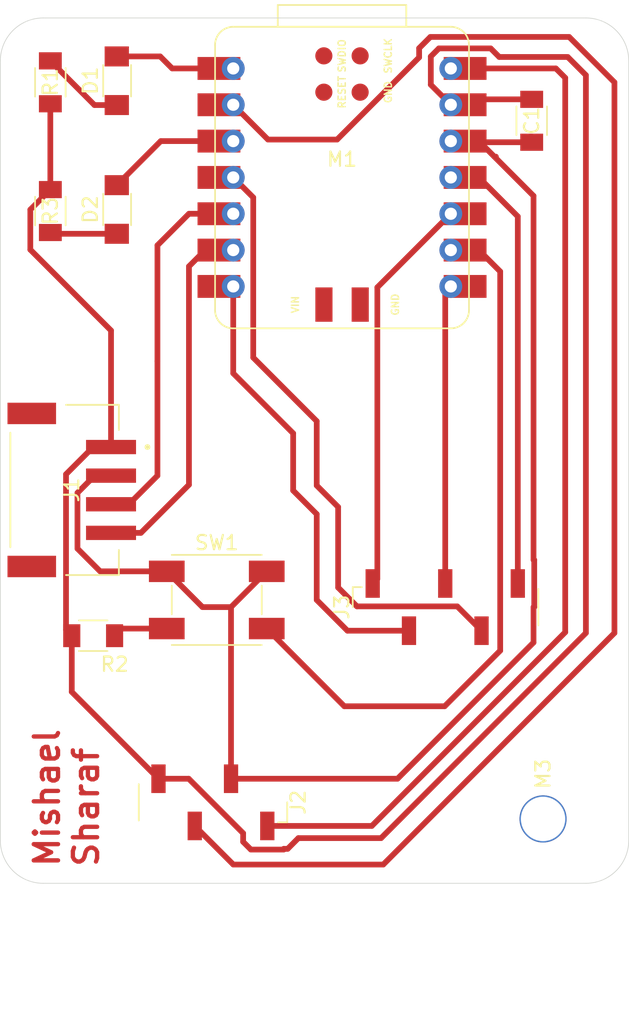
<source format=kicad_pcb>
(kicad_pcb (version 20241229) (generator "pcbnew") (generator_version "9.0")
  (layers (0 "F.Cu" signal) (2 "B.Cu" signal) (13 "F.Paste" user) (15 "B.Paste" user) (5 "F.SilkS" user "F.Silkscreen") (7 "B.SilkS" user "B.Silkscreen") (1 "F.Mask" user) (3 "B.Mask" user) (25 "Edge.Cuts" user))
  (net 0 "")
  (net 1 "GND")
  (net 2 "+3.3V")
  (net 3 "LED 1")
  (net 4 "Net-(D1-K)")
  (net 5 "Net-(D2-K)")
  (net 6 "LED 2")
  (net 7 "SDA")
  (net 8 "SCL")
  (net 9 "+5V")
  (net 10 "TX")
  (net 11 "D1")
  (net 12 "D9")
  (net 13 "RX")
  (net 14 "D3")
  (net 16 "BUTTON")
  (net 22 "D10")
  (footprint "S4B-PH-SM4-TB:JST_S4B-PH-SM4-TB" (layer "F.Cu") (at 183 115.5 -90)
    (property "Reference" "J1" (at 0 0 90) (layer "F.SilkS"))
    (property "Value" "S4B-PH-SM4-TB")
    (fp_line (start -4 4.3) (end 4 4.3) (stroke (width 0.127)) (layer "F.SilkS"))
    (fp_line (start -5.95 0.4) (end -5.95 -3.3) (stroke (width 0.127)) (layer "F.SilkS"))
    (fp_line (start -5.95 -3.3) (end -4.2 -3.3) (stroke (width 0.127)) (layer "F.SilkS"))
    (fp_line (start 4.2 -3.3) (end 5.95 -3.3) (stroke (width 0.127)) (layer "F.SilkS"))
    (fp_line (start 5.95 -3.3) (end 5.95 0.4) (stroke (width 0.127)) (layer "F.SilkS"))
    (fp_circle (center -3 -5.3) (end -2.9 -5.3) (stroke (width 0.2)) (fill no) (layer "F.SilkS"))
    (pad "1" smd rect (at -3 -2.75 270) (size 1 3.5) (layers "F.Cu" "F.Mask" "F.Paste") (net 1 "GND"))
    (pad "2" smd rect (at -1 -2.75 270) (size 1 3.5) (layers "F.Cu" "F.Mask" "F.Paste") (net 2 "+3.3V"))
    (pad "3" smd rect (at 1 -2.75 270) (size 1 3.5) (layers "F.Cu" "F.Mask" "F.Paste") (net 7 "SDA"))
    (pad "4" smd rect (at 3 -2.75 270) (size 1 3.5) (layers "F.Cu" "F.Mask" "F.Paste") (net 8 "SCL"))
    (pad "SH1" smd rect (at -5.35 2.8 270) (size 1.5 3.4) (layers "F.Cu" "F.Mask" "F.Paste"))
    (pad "SH2" smd rect (at 5.35 2.8 270) (size 1.5 3.4) (layers "F.Cu" "F.Mask" "F.Paste"))
  )
  (footprint "PCM_fab:MountingHole_M3" (layer "F.Cu") (at 216 138.5 90)
    (property "Reference" "H1" (hide yes))
    (property "Value" "~" (hide yes))
    (fp_text user "M3" (at 2 0 90) (layer "F.SilkS") (effects (font (thickness 0.15) (bold yes)) (justify left)))
    (pad "" thru_hole circle (at 0 0 90) (size 3.3 3.3) (drill 3.1) (layers "*.Cu" "*.Mask"))
  )
  (footprint "PCM_fab:LED_1206" (layer "F.Cu") (at 186.152 86.89 90)
    (property "Reference" "D1" (at 0 -1.85 90) (layer "F.SilkS"))
    (property "Value" "LED 1")
    (fp_line (start -1.1 -0.95) (end 1.1 -0.95) (stroke (width 0.12)) (layer "F.SilkS"))
    (fp_line (start -1.1 1) (end 1.1 1) (stroke (width 0.12)) (layer "F.SilkS"))
    (pad "1" smd rect (at -1.7 0 90) (size 1.4 1.7) (layers "F.Cu" "F.Mask" "F.Paste") (net 4 "Net-(D1-K)"))
    (pad "2" smd rect (at 1.7 0 90) (size 1.4 1.7) (layers "F.Cu" "F.Mask" "F.Paste") (net 3 "LED 1"))
  )
  (footprint "PCM_fab:PinSocket_01x05_P2.54mm_Vertical_SMD" (layer "F.Cu") (at 209.152 123.69 90)
    (property "Reference" "J3" (at 0 -7.239 90) (layer "F.SilkS"))
    (property "Value" "PinSocket_01x05_P2.54mm_Vertical_SMD")
    (fp_line (start 1.397 -6.477) (end 0 -6.477) (stroke (width 0.12)) (layer "F.SilkS"))
    (fp_line (start 1.397 -5.842) (end 1.397 -6.477) (stroke (width 0.12)) (layer "F.SilkS"))
    (fp_line (start -1.27 6.52) (end 1.27 6.52) (stroke (width 0.12)) (layer "F.SilkS"))
    (pad "1" smd rect (at 1.65 -5.08 90) (size 2 1) (layers "F.Cu" "F.Mask" "F.Paste") (net 12 "D9"))
    (pad "2" smd rect (at -1.65 -2.54 90) (size 2 1) (layers "F.Cu" "F.Mask" "F.Paste") (net 10 "TX"))
    (pad "3" smd rect (at 1.65 0 90) (size 2 1) (layers "F.Cu" "F.Mask" "F.Paste") (net 13 "RX"))
    (pad "4" smd rect (at -1.65 2.54 90) (size 2 1) (layers "F.Cu" "F.Mask" "F.Paste") (net 14 "D3"))
    (pad "5" smd rect (at 1.65 5.08 90) (size 2 1) (layers "F.Cu" "F.Mask" "F.Paste") (net 22 "D10"))
  )
  (footprint "PCM_fab:Button_Omron_B3SN_6.0x6.0mm" (layer "F.Cu") (at 193.152 123.19)
    (property "Reference" "SW1" (at 0 -4 0) (layer "F.SilkS"))
    (property "Value" "Switch_Tactile_Omron")
    (fp_line (start -3.15 -3.15) (end 3.15 -3.15) (stroke (width 0.12)) (layer "F.SilkS"))
    (fp_line (start -3.15 1) (end -3.15 -1) (stroke (width 0.12)) (layer "F.SilkS"))
    (fp_line (start 3.15 -1) (end 3.15 1) (stroke (width 0.12)) (layer "F.SilkS"))
    (fp_line (start 3.15 3.15) (end -3.15 3.15) (stroke (width 0.12)) (layer "F.SilkS"))
    (pad "1" smd rect (at -3.5 -2) (size 2.5 1.5) (layers "F.Cu" "F.Mask" "F.Paste") (net 2 "+3.3V"))
    (pad "1" smd rect (at 3.5 -2) (size 2.5 1.5) (layers "F.Cu" "F.Mask" "F.Paste") (net 2 "+3.3V"))
    (pad "2" smd rect (at -3.5 2) (size 2.5 1.5) (layers "F.Cu" "F.Mask" "F.Paste") (net 16 "BUTTON"))
    (pad "2" smd rect (at 3.5 2) (size 2.5 1.5) (layers "F.Cu" "F.Mask" "F.Paste") (net 16 "BUTTON"))
  )
  (footprint "PCM_fab:R_1206" (layer "F.Cu") (at 184.5 125.69 180)
    (property "Reference" "R2" (at -1.5 -2 0) (layer "F.SilkS"))
    (property "Value" "10k")
    (fp_line (start 1 1.07) (end -1 1.07) (stroke (width 0.12)) (layer "F.SilkS"))
    (fp_line (start -1 -1.07) (end 1 -1.07) (stroke (width 0.12)) (layer "F.SilkS"))
    (pad "1" smd rect (at -1.5 0 180) (size 1.2 1.6) (layers "F.Cu" "F.Mask" "F.Paste") (net 16 "BUTTON"))
    (pad "2" smd rect (at 1.5 0 180) (size 1.2 1.6) (layers "F.Cu" "F.Mask" "F.Paste") (net 1 "GND"))
  )
  (footprint "PCM_fab:SeeedStudio_XIAO_RP2040" (layer "F.Cu") (at 201.922 93.65)
    (property "Reference" "M1" (at 0 -1.27 0) (layer "F.SilkS"))
    (property "Value" "Module_XIAO-RP2040")
    (fp_line (start -8.8875 9.281) (end -8.8875 -9.261) (stroke (width 0.12)) (layer "F.SilkS"))
    (fp_line (start -7.6175 -10.531) (end 7.6225 -10.531) (stroke (width 0.12)) (layer "F.SilkS"))
    (fp_line (start 7.6225 10.551) (end -7.6175 10.551) (stroke (width 0.12)) (layer "F.SilkS"))
    (fp_line (start 8.8925 -9.261) (end 8.8925 9.281) (stroke (width 0.12)) (layer "F.SilkS"))
    (fp_rect (start -4.4975 -10.531) (end 4.5025 -12.055) (stroke (width 0.12)) (fill no) (layer "F.SilkS"))
    (fp_arc (start -8.8875 -9.261) (mid -8.515526 -10.159026) (end -7.6175 -10.531) (stroke (width 0.12)) (layer "F.SilkS"))
    (fp_arc (start -7.6175 10.551) (mid -8.515526 10.179026) (end -8.8875 9.281) (stroke (width 0.12)) (layer "F.SilkS"))
    (fp_arc (start 7.6225 -10.531) (mid 8.520526 -10.159026) (end 8.8925 -9.261) (stroke (width 0.12)) (layer "F.SilkS"))
    (fp_arc (start 8.8925 9.281) (mid 8.520526 10.179026) (end 7.6225 10.551) (stroke (width 0.12)) (layer "F.SilkS"))
    (fp_text user "RESET" (at 0 -5.96 90) (layer "F.SilkS") (effects (font (size 0.5 0.5) (thickness 0.1) (bold yes))))
    (fp_text user "GND" (at 3.73 8.89 90) (layer "F.SilkS") (effects (font (size 0.5 0.5) (thickness 0.1) (bold yes))))
    (fp_text user "SWDIO" (at 0 -8.5 90) (layer "F.SilkS") (effects (font (size 0.5 0.5) (thickness 0.1) (bold yes))))
    (fp_text user "VIN" (at -3.27 8.89 90) (layer "F.SilkS") (effects (font (size 0.5 0.5) (thickness 0.1) (bold yes))))
    (fp_text user "GND" (at 3.23 -5.96 90) (layer "F.SilkS") (effects (font (size 0.5 0.5) (thickness 0.1) (bold yes))))
    (fp_text user "SWCLK" (at 3.23 -8.5 90) (layer "F.SilkS") (effects (font (size 0.5 0.5) (thickness 0.1) (bold yes))))
    (pad "1" thru_hole circle (at -7.615 -7.62) (size 1.6 1.6) (drill 0.85) (layers "*.Cu" "*.Mask") (net 3 "LED 1"))
    (pad "1" smd rect (at -7.615 -7.62) (size 3 1.6) (drill (offset -1 0)) (layers "F.Cu" "F.Mask" "F.Paste") (net 3 "LED 1"))
    (pad "2" thru_hole circle (at -7.615 -5.08) (size 1.6 1.6) (drill 0.85) (layers "*.Cu" "*.Mask") (net 11 "D1"))
    (pad "2" smd rect (at -7.615 -5.08) (size 3 1.6) (drill (offset -1 0)) (layers "F.Cu" "F.Mask" "F.Paste") (net 11 "D1"))
    (pad "3" thru_hole circle (at -7.615 -2.54) (size 1.6 1.6) (drill 0.85) (layers "*.Cu" "*.Mask") (net 6 "LED 2"))
    (pad "3" smd rect (at -7.615 -2.54) (size 3 1.6) (drill (offset -1 0)) (layers "F.Cu" "F.Mask" "F.Paste") (net 6 "LED 2"))
    (pad "4" thru_hole circle (at -7.615 0) (size 1.6 1.6) (drill 0.85) (layers "*.Cu" "*.Mask") (net 14 "D3"))
    (pad "4" smd rect (at -7.615 0) (size 3 1.6) (drill (offset -1 0)) (layers "F.Cu" "F.Mask" "F.Paste") (net 14 "D3"))
    (pad "5" thru_hole circle (at -7.615 2.54) (size 1.6 1.6) (drill 0.85) (layers "*.Cu" "*.Mask") (net 7 "SDA"))
    (pad "5" smd rect (at -7.615 2.54) (size 3 1.6) (drill (offset -1 0)) (layers "F.Cu" "F.Mask" "F.Paste") (net 7 "SDA"))
    (pad "6" thru_hole circle (at -7.615 5.08) (size 1.6 1.6) (drill 0.85) (layers "*.Cu" "*.Mask") (net 8 "SCL"))
    (pad "6" smd rect (at -7.615 5.08) (size 3 1.6) (drill (offset -1 0)) (layers "F.Cu" "F.Mask" "F.Paste") (net 8 "SCL"))
    (pad "7" thru_hole circle (at -7.615 7.62) (size 1.6 1.6) (drill 0.85) (layers "*.Cu" "*.Mask") (net 10 "TX"))
    (pad "7" smd rect (at -7.615 7.62) (size 3 1.6) (drill (offset -1 0)) (layers "F.Cu" "F.Mask" "F.Paste") (net 10 "TX"))
    (pad "8" thru_hole circle (at 7.62 7.62) (size 1.6 1.6) (drill 0.85) (layers "*.Cu" "*.Mask") (net 13 "RX"))
    (pad "8" smd rect (at 7.62 7.62) (size 3 1.6) (drill (offset 1 0)) (layers "F.Cu" "F.Mask" "F.Paste") (net 13 "RX"))
    (pad "9" thru_hole circle (at 7.62 5.08) (size 1.6 1.6) (drill 0.85) (layers "*.Cu" "*.Mask") (net 16 "BUTTON"))
    (pad "9" smd rect (at 7.62 5.08) (size 3 1.6) (drill (offset 1 0)) (layers "F.Cu" "F.Mask" "F.Paste") (net 16 "BUTTON"))
    (pad "10" thru_hole circle (at 7.62 2.54) (size 1.6 1.6) (drill 0.85) (layers "*.Cu" "*.Mask") (net 12 "D9"))
    (pad "10" smd rect (at 7.62 2.54) (size 3 1.6) (drill (offset 1 0)) (layers "F.Cu" "F.Mask" "F.Paste") (net 12 "D9"))
    (pad "11" thru_hole circle (at 7.62 0) (size 1.6 1.6) (drill 0.85) (layers "*.Cu" "*.Mask") (net 22 "D10"))
    (pad "11" smd rect (at 7.62 0) (size 3 1.6) (drill (offset 1 0)) (layers "F.Cu" "F.Mask" "F.Paste") (net 22 "D10"))
    (pad "12" thru_hole circle (at 7.62 -2.54) (size 1.6 1.6) (drill 0.85) (layers "*.Cu" "*.Mask") (net 2 "+3.3V"))
    (pad "12" smd rect (at 7.62 -2.54) (size 3 1.6) (drill (offset 1 0)) (layers "F.Cu" "F.Mask" "F.Paste") (net 2 "+3.3V"))
    (pad "13" thru_hole circle (at 7.62 -5.08) (size 1.6 1.6) (drill 0.85) (layers "*.Cu" "*.Mask") (net 1 "GND"))
    (pad "13" smd rect (at 7.62 -5.08) (size 3 1.6) (drill (offset 1 0)) (layers "F.Cu" "F.Mask" "F.Paste") (net 1 "GND"))
    (pad "14" thru_hole circle (at 7.62 -7.62) (size 1.6 1.6) (drill 0.85) (layers "*.Cu" "*.Mask") (net 9 "+5V"))
    (pad "14" smd rect (at 7.62 -7.62) (size 3 1.6) (drill (offset 1 0)) (layers "F.Cu" "F.Mask" "F.Paste") (net 9 "+5V"))
    (pad "15" smd rect (at 1.275 8.89 270) (size 2.4 1.2) (layers "F.Cu" "F.Mask" "F.Paste"))
    (pad "16" smd rect (at -1.265 8.89 270) (size 2.4 1.2) (layers "F.Cu" "F.Mask" "F.Paste"))
    (pad "17" smd circle (at -1.27 -8.5) (size 1.2 1.2) (layers "F.Cu" "F.Mask" "F.Paste"))
    (pad "18" smd circle (at -1.27 -5.96) (size 1.2 1.2) (layers "F.Cu" "F.Mask" "F.Paste"))
    (pad "19" smd circle (at 1.27 -5.96) (size 1.2 1.2) (layers "F.Cu" "F.Mask" "F.Paste"))
    (pad "20" smd circle (at 1.27 -8.5) (size 1.2 1.2) (layers "F.Cu" "F.Mask" "F.Paste"))
  )
  (footprint "PCM_fab:PinSocket_01x04_P2.54mm_Vertical_SMD" (layer "F.Cu") (at 192.882 137.34 -90)
    (property "Reference" "J2" (at 0 -5.969 90) (layer "F.SilkS"))
    (property "Value" "PinSocket_01x04_P2.54mm_Vertical_SMD")
    (fp_line (start -1.27 5.19) (end 1.27 5.19) (stroke (width 0.12)) (layer "F.SilkS"))
    (fp_line (start 1.397 -4.572) (end 1.397 -5.207) (stroke (width 0.12)) (layer "F.SilkS"))
    (fp_line (start 1.397 -5.207) (end 0 -5.207) (stroke (width 0.12)) (layer "F.SilkS"))
    (pad "1" smd rect (at 1.65 -3.81 270) (size 2 1) (layers "F.Cu" "F.Mask" "F.Paste") (net 9 "+5V"))
    (pad "2" smd rect (at -1.65 -1.27 270) (size 2 1) (layers "F.Cu" "F.Mask" "F.Paste") (net 2 "+3.3V"))
    (pad "3" smd rect (at 1.65 1.27 270) (size 2 1) (layers "F.Cu" "F.Mask" "F.Paste") (net 11 "D1"))
    (pad "4" smd rect (at -1.65 3.81 270) (size 2 1) (layers "F.Cu" "F.Mask" "F.Paste") (net 1 "GND"))
  )
  (footprint "PCM_fab:LED_1206" (layer "F.Cu") (at 186.152 95.89 90)
    (property "Reference" "D2" (at 0 -1.85 90) (layer "F.SilkS"))
    (property "Value" "LED 2")
    (fp_line (start -1.1 -0.95) (end 1.1 -0.95) (stroke (width 0.12)) (layer "F.SilkS"))
    (fp_line (start -1.1 1) (end 1.1 1) (stroke (width 0.12)) (layer "F.SilkS"))
    (pad "1" smd rect (at -1.7 0 90) (size 1.4 1.7) (layers "F.Cu" "F.Mask" "F.Paste") (net 5 "Net-(D2-K)"))
    (pad "2" smd rect (at 1.7 0 90) (size 1.4 1.7) (layers "F.Cu" "F.Mask" "F.Paste") (net 6 "LED 2"))
  )
  (footprint "PCM_fab:R_1206" (layer "F.Cu") (at 181.5 96 90)
    (property "Reference" "R3" (at 0 0 90) (layer "F.SilkS"))
    (property "Value" "1k")
    (fp_line (start -1 -1.07) (end 1 -1.07) (stroke (width 0.12)) (layer "F.SilkS"))
    (fp_line (start 1 1.07) (end -1 1.07) (stroke (width 0.12)) (layer "F.SilkS"))
    (pad "1" smd rect (at -1.5 0 90) (size 1.2 1.6) (layers "F.Cu" "F.Mask" "F.Paste") (net 5 "Net-(D2-K)"))
    (pad "2" smd rect (at 1.5 0 90) (size 1.2 1.6) (layers "F.Cu" "F.Mask" "F.Paste") (net 1 "GND"))
  )
  (footprint "PCM_fab:R_1206" (layer "F.Cu") (at 181.5 87 -90)
    (property "Reference" "R1" (at 0 0 90) (layer "F.SilkS"))
    (property "Value" "1k")
    (fp_line (start 1 1.07) (end -1 1.07) (stroke (width 0.12)) (layer "F.SilkS"))
    (fp_line (start -1 -1.07) (end 1 -1.07) (stroke (width 0.12)) (layer "F.SilkS"))
    (pad "1" smd rect (at -1.5 0 270) (size 1.2 1.6) (layers "F.Cu" "F.Mask" "F.Paste") (net 4 "Net-(D1-K)"))
    (pad "2" smd rect (at 1.5 0 270) (size 1.2 1.6) (layers "F.Cu" "F.Mask" "F.Paste") (net 1 "GND"))
  )
  (footprint "PCM_fab:C_1206" (layer "F.Cu") (at 215.206 89.69 90)
    (property "Reference" "C1" (at 0 0 90) (layer "F.SilkS"))
    (property "Value" "C_1206")
    (fp_line (start -1 -1.07) (end 1 -1.07) (stroke (width 0.12)) (layer "F.SilkS"))
    (fp_line (start 1 1.07) (end -1 1.07) (stroke (width 0.12)) (layer "F.SilkS"))
    (pad "1" smd rect (at -1.5 0 90) (size 1.2 1.6) (layers "F.Cu" "F.Mask" "F.Paste") (net 2 "+3.3V"))
    (pad "2" smd rect (at 1.5 0 90) (size 1.2 1.6) (layers "F.Cu" "F.Mask" "F.Paste") (net 1 "GND"))
  )
  (gr_arc (start 222 140) (mid 221.12132 142.12132) (end 219 143) (stroke (width 0.05)) (layer "Edge.Cuts"))
  (gr_line (start 222 85.5) (end 222 140) (stroke (width 0.05)) (layer "Edge.Cuts"))
  (gr_arc (start 219 82.5) (mid 221.12132 83.37868) (end 222 85.5) (stroke (width 0.05)) (layer "Edge.Cuts"))
  (gr_line (start 219 143) (end 181 143) (stroke (width 0.05)) (layer "Edge.Cuts"))
  (gr_line (start 181 82.5) (end 219 82.5) (stroke (width 0.05)) (layer "Edge.Cuts"))
  (gr_arc (start 181 143) (mid 178.87868 142.12132) (end 178 140) (stroke (width 0.05)) (layer "Edge.Cuts"))
  (gr_line (start 178 140) (end 178 85.5) (stroke (width 0.05)) (layer "Edge.Cuts"))
  (gr_arc (start 178 85.5) (mid 178.87868 83.37868) (end 181 82.5) (stroke (width 0.05)) (layer "Edge.Cuts"))
  (gr_text "Mishael\nSharaf" (at 185 142 90) (layer "F.Cu") (effects (font (size 1.7 1.7) (thickness 0.3) (bold yes)) (justify left bottom)))
  (segment (start 208.141 85.194) (end 208.706 84.629) (width 0.4) (layer "F.Cu") (net 1))
  (segment (start 185.75 112.5) (end 185.75 104.352) (width 0.4) (layer "F.Cu") (net 1))
  (segment (start 208.706 84.629) (end 212.3325 84.629) (width 0.4) (layer "F.Cu") (net 1))
  (segment (start 183 129.618) (end 189.072 135.69) (width 0.4) (layer "F.Cu") (net 1))
  (segment (start 212.3325 84.629) (end 212.9325 85.229) (width 0.4) (layer "F.Cu") (net 1))
  (segment (start 182.598 125.288) (end 182.598 114.402) (width 0.4) (layer "F.Cu") (net 1))
  (segment (start 219 86.5) (end 219 125.5) (width 0.4) (layer "F.Cu") (net 1))
  (segment (start 181.5 94.5) (end 181.5 88.5) (width 0.4) (layer "F.Cu") (net 1))
  (segment (start 184.5 112.5) (end 185.75 112.5) (width 0.4) (layer "F.Cu") (net 1))
  (segment (start 217.729 85.229) (end 219 86.5) (width 0.4) (layer "F.Cu") (net 1))
  (segment (start 180.099 95.901) (end 181.5 94.5) (width 0.4) (layer "F.Cu") (net 1))
  (segment (start 204.659 139.841) (end 198.8675 139.841) (width 0.4) (layer "F.Cu") (net 1))
  (segment (start 183 125.69) (end 182.598 125.288) (width 0.4) (layer "F.Cu") (net 1))
  (segment (start 195 139.5) (end 191.19 135.69) (width 0.4) (layer "F.Cu") (net 1))
  (segment (start 191.19 135.69) (end 189.072 135.69) (width 0.4) (layer "F.Cu") (net 1))
  (segment (start 185.75 104.352) (end 180.099 98.701) (width 0.4) (layer "F.Cu") (net 1))
  (segment (start 197.843 140.641) (end 195.541 140.641) (width 0.4) (layer "F.Cu") (net 1))
  (segment (start 195.541 140.641) (end 195 140.1) (width 0.4) (layer "F.Cu") (net 1))
  (segment (start 209.922 88.19) (end 209.542 88.57) (width 0.4) (layer "F.Cu") (net 1))
  (segment (start 212.9325 85.229) (end 217.729 85.229) (width 0.4) (layer "F.Cu") (net 1))
  (segment (start 195 140.1) (end 195 139.5) (width 0.4) (layer "F.Cu") (net 1))
  (segment (start 198.8675 139.841) (end 198.1175 140.591) (width 0.4) (layer "F.Cu") (net 1))
  (segment (start 197.843 140.591) (end 197.843 140.641) (width 0.4) (layer "F.Cu") (net 1))
  (segment (start 198.1175 140.591) (end 197.843 140.591) (width 0.4) (layer "F.Cu") (net 1))
  (segment (start 180.099 98.701) (end 180.099 95.901) (width 0.4) (layer "F.Cu") (net 1))
  (segment (start 219 125.5) (end 204.659 139.841) (width 0.4) (layer "F.Cu") (net 1))
  (segment (start 208.141 87.169) (end 208.141 85.194) (width 0.4) (layer "F.Cu") (net 1))
  (segment (start 182.598 114.402) (end 184.5 112.5) (width 0.4) (layer "F.Cu") (net 1))
  (segment (start 215.206 88.19) (end 209.922 88.19) (width 0.4) (layer "F.Cu") (net 1))
  (segment (start 183 125.69) (end 183 129.618) (width 0.4) (layer "F.Cu") (net 1))
  (segment (start 209.542 88.57) (end 208.141 87.169) (width 0.4) (layer "F.Cu") (net 1))
  (segment (start 215.333 94.939) (end 215.333 120.389) (width 0.4) (layer "F.Cu") (net 2))
  (segment (start 192.152 123.69) (end 189.652 121.19) (width 0.4) (layer "F.Cu") (net 2))
  (segment (start 183.399 119.601) (end 183.399 115.702) (width 0.4) (layer "F.Cu") (net 2))
  (segment (start 194.152 123.69) (end 192.152 123.69) (width 0.4) (layer "F.Cu") (net 2))
  (segment (start 211.504 91.11) (end 212.593 92.199) (width 0.4) (layer "F.Cu") (net 2))
  (segment (start 205.81 135.69) (end 194.152 135.69) (width 0.4) (layer "F.Cu") (net 2))
  (segment (start 215.333 120.389) (end 215.383 120.389) (width 0.4) (layer "F.Cu") (net 2))
  (segment (start 215.333 126.167) (end 205.81 135.69) (width 0.4) (layer "F.Cu") (net 2))
  (segment (start 212.693 92.199) (end 212.693 92.299) (width 0.4) (layer "F.Cu") (net 2))
  (segment (start 184.988 121.19) (end 183.399 119.601) (width 0.4) (layer "F.Cu") (net 2))
  (segment (start 209.542 91.11) (end 211.504 91.11) (width 0.4) (layer "F.Cu") (net 2))
  (segment (start 194.152 123.69) (end 196.652 121.19) (width 0.4) (layer "F.Cu") (net 2))
  (segment (start 212.593 92.199) (end 212.693 92.199) (width 0.4) (layer "F.Cu") (net 2))
  (segment (start 212.693 92.299) (end 215.333 94.939) (width 0.4) (layer "F.Cu") (net 2))
  (segment (start 209.622 91.19) (end 209.542 91.11) (width 0.4) (layer "F.Cu") (net 2))
  (segment (start 215.333 123.691) (end 215.333 126.167) (width 0.4) (layer "F.Cu") (net 2))
  (segment (start 215.383 123.691) (end 215.333 123.691) (width 0.4) (layer "F.Cu") (net 2))
  (segment (start 183.399 115.702) (end 184.601 114.5) (width 0.4) (layer "F.Cu") (net 2))
  (segment (start 184.601 114.5) (end 185.75 114.5) (width 0.4) (layer "F.Cu") (net 2))
  (segment (start 215.383 120.389) (end 215.383 123.691) (width 0.4) (layer "F.Cu") (net 2))
  (segment (start 215.206 91.19) (end 209.622 91.19) (width 0.4) (layer "F.Cu") (net 2))
  (segment (start 189.652 121.19) (end 184.988 121.19) (width 0.4) (layer "F.Cu") (net 2))
  (segment (start 194.152 135.69) (end 194.152 123.69) (width 0.4) (layer "F.Cu") (net 2))
  (segment (start 186.152 85.19) (end 189.19 85.19) (width 0.4) (layer "F.Cu") (net 3))
  (segment (start 189.19 85.19) (end 190.03 86.03) (width 0.4) (layer "F.Cu") (net 3))
  (segment (start 190.03 86.03) (end 194.307 86.03) (width 0.4) (layer "F.Cu") (net 3))
  (segment (start 184.59 88.59) (end 181.5 85.5) (width 0.4) (layer "F.Cu") (net 4))
  (segment (start 186.152 88.59) (end 184.59 88.59) (width 0.4) (layer "F.Cu") (net 4))
  (segment (start 181.59 97.59) (end 181.5 97.5) (width 0.4) (layer "F.Cu") (net 5))
  (segment (start 186.152 97.59) (end 181.59 97.59) (width 0.4) (layer "F.Cu") (net 5))
  (segment (start 186.152 94.19) (end 189.232 91.11) (width 0.4) (layer "F.Cu") (net 6))
  (segment (start 189.232 91.11) (end 194.307 91.11) (width 0.4) (layer "F.Cu") (net 6))
  (segment (start 189 98.396) (end 189 106.5) (width 0.4) (layer "F.Cu") (net 7))
  (segment (start 189 98.396) (end 191.206 96.19) (width 0.4) (layer "F.Cu") (net 7))
  (segment (start 189 114.5) (end 187 116.5) (width 0.4) (layer "F.Cu") (net 7))
  (segment (start 189 106.5) (end 189 114.5) (width 0.4) (layer "F.Cu") (net 7))
  (segment (start 187 116.5) (end 185.75 116.5) (width 0.4) (layer "F.Cu") (net 7))
  (segment (start 191.206 96.19) (end 194.307 96.19) (width 0.4) (layer "F.Cu") (net 7))
  (segment (start 191.206 115.136) (end 187.842 118.5) (width 0.4) (layer "F.Cu") (net 8))
  (segment (start 191.206 115.136) (end 191.206 99.869) (width 0.4) (layer "F.Cu") (net 8))
  (segment (start 187.842 118.5) (end 185.75 118.5) (width 0.4) (layer "F.Cu") (net 8))
  (segment (start 191.206 99.869) (end 192.345 98.73) (width 0.4) (layer "F.Cu") (net 8))
  (segment (start 192.345 98.73) (end 194.307 98.73) (width 0.4) (layer "F.Cu") (net 8))
  (segment (start 196.692 138.99) (end 204.01 138.99) (width 0.4) (layer "F.Cu") (net 9))
  (segment (start 217.553 125.447) (end 217.553 86.685786) (width 0.4) (layer "F.Cu") (net 9))
  (segment (start 204.01 138.99) (end 217.553 125.447) (width 0.4) (layer "F.Cu") (net 9))
  (segment (start 217.553 86.685786) (end 216.897214 86.03) (width 0.4) (layer "F.Cu") (net 9))
  (segment (start 216.897214 86.03) (end 209.542 86.03) (width 0.4) (layer "F.Cu") (net 9))
  (segment (start 206.612 125.34) (end 202.302 125.34) (width 0.4) (layer "F.Cu") (net 10))
  (segment (start 194.307 107.345) (end 194.307 101.27) (width 0.4) (layer "F.Cu") (net 10))
  (segment (start 200.152 117.19) (end 198.503 115.541) (width 0.4) (layer "F.Cu") (net 10))
  (segment (start 198.503 115.541) (end 198.503 111.541) (width 0.4) (layer "F.Cu") (net 10))
  (segment (start 198.503 111.541) (end 194.307 107.345) (width 0.4) (layer "F.Cu") (net 10))
  (segment (start 202.302 125.34) (end 200.152 123.19) (width 0.4) (layer "F.Cu") (net 10))
  (segment (start 200.152 123.19) (end 200.152 117.19) (width 0.4) (layer "F.Cu") (net 10))
  (segment (start 207.323 85.257471) (end 201.577971 91.0025) (width 0.4) (layer "F.Cu") (net 11))
  (segment (start 217.828 83.828) (end 208.109215 83.828) (width 0.4) (layer "F.Cu") (net 11))
  (segment (start 201.577971 91.0025) (end 196.7395 91.0025) (width 0.4) (layer "F.Cu") (net 11))
  (segment (start 221 87) (end 217.828 83.828) (width 0.4) (layer "F.Cu") (net 11))
  (segment (start 208.109215 83.828) (end 207.323 84.614215) (width 0.4) (layer "F.Cu") (net 11))
  (segment (start 191.612 138.99) (end 194.312 141.69) (width 0.4) (layer "F.Cu") (net 11))
  (segment (start 204.81 141.69) (end 221 125.5) (width 0.4) (layer "F.Cu") (net 11))
  (segment (start 207.323 84.614215) (end 207.323 85.257471) (width 0.4) (layer "F.Cu") (net 11))
  (segment (start 221 125.5) (end 221 87) (width 0.4) (layer "F.Cu") (net 11))
  (segment (start 196.7395 91.0025) (end 194.307 88.57) (width 0.4) (layer "F.Cu") (net 11))
  (segment (start 194.312 141.69) (end 204.81 141.69) (width 0.4) (layer "F.Cu") (net 11))
  (segment (start 204.398 121.714) (end 204.072 122.04) (width 0.4) (layer "F.Cu") (net 12))
  (segment (start 204.398 101.334) (end 204.398 121.714) (width 0.4) (layer "F.Cu") (net 12))
  (segment (start 209.542 96.19) (end 204.398 101.334) (width 0.4) (layer "F.Cu") (net 12))
  (segment (start 209.152 101.66) (end 209.542 101.27) (width 0.4) (layer "F.Cu") (net 13))
  (segment (start 209.152 122.04) (end 209.152 101.66) (width 0.4) (layer "F.Cu") (net 13))
  (segment (start 200.152 110.69) (end 195.708 106.246) (width 0.4) (layer "F.Cu") (net 14))
  (segment (start 195.708 95.051) (end 194.307 93.65) (width 0.4) (layer "F.Cu") (net 14))
  (segment (start 202.971 123.641) (end 201.652 122.322) (width 0.4) (layer "F.Cu") (net 14))
  (segment (start 200.152 115.19) (end 200.152 110.69) (width 0.4) (layer "F.Cu") (net 14))
  (segment (start 195.708 106.246) (end 195.708 95.051) (width 0.4) (layer "F.Cu") (net 14))
  (segment (start 201.652 116.69) (end 200.152 115.19) (width 0.4) (layer "F.Cu") (net 14))
  (segment (start 211.692 125.34) (end 209.993 123.641) (width 0.4) (layer "F.Cu") (net 14))
  (segment (start 209.993 123.641) (end 202.971 123.641) (width 0.4) (layer "F.Cu") (net 14))
  (segment (start 201.652 122.322) (end 201.652 116.69) (width 0.4) (layer "F.Cu") (net 14))
  (segment (start 186.5 125.19) (end 186 125.69) (width 0.4) (layer "F.Cu") (net 16))
  (segment (start 213 100.226) (end 211.504 98.73) (width 0.4) (layer "F.Cu") (net 16))
  (segment (start 209.111107 130.622893) (end 213 126.734) (width 0.4) (layer "F.Cu") (net 16))
  (segment (start 213 126.734) (end 213 100.226) (width 0.4) (layer "F.Cu") (net 16))
  (segment (start 196.652 125.19) (end 202.084893 130.622893) (width 0.4) (layer "F.Cu") (net 16))
  (segment (start 189.652 125.19) (end 186.5 125.19) (width 0.4) (layer "F.Cu") (net 16))
  (segment (start 211.504 98.73) (end 209.542 98.73) (width 0.4) (layer "F.Cu") (net 16))
  (segment (start 202.084893 130.622893) (end 209.111107 130.622893) (width 0.4) (layer "F.Cu") (net 16))
  (segment (start 211.504 93.65) (end 209.542 93.65) (width 0.4) (layer "F.Cu") (net 22))
  (segment (start 214.232 122.04) (end 214.232 96.378) (width 0.4) (layer "F.Cu") (net 22))
  (segment (start 214.232 96.378) (end 211.504 93.65) (width 0.4) (layer "F.Cu") (net 22))
)
</source>
